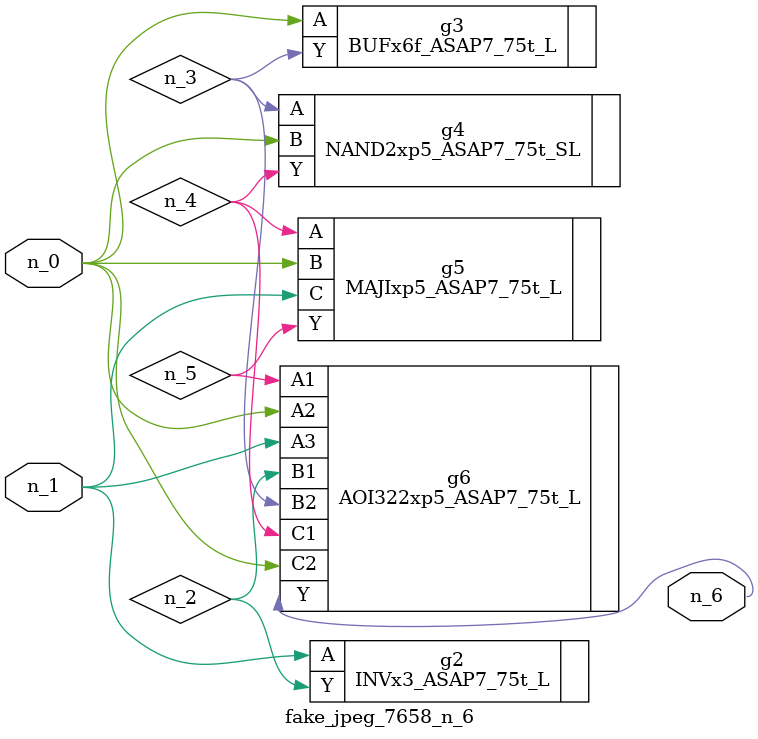
<source format=v>
module fake_jpeg_7658_n_6 (n_0, n_1, n_6);

input n_0;
input n_1;

output n_6;

wire n_3;
wire n_2;
wire n_4;
wire n_5;

INVx3_ASAP7_75t_L g2 ( 
.A(n_1),
.Y(n_2)
);

BUFx6f_ASAP7_75t_L g3 ( 
.A(n_0),
.Y(n_3)
);

NAND2xp5_ASAP7_75t_SL g4 ( 
.A(n_3),
.B(n_0),
.Y(n_4)
);

MAJIxp5_ASAP7_75t_L g5 ( 
.A(n_4),
.B(n_0),
.C(n_1),
.Y(n_5)
);

AOI322xp5_ASAP7_75t_L g6 ( 
.A1(n_5),
.A2(n_0),
.A3(n_1),
.B1(n_2),
.B2(n_3),
.C1(n_4),
.C2(n_0),
.Y(n_6)
);


endmodule
</source>
